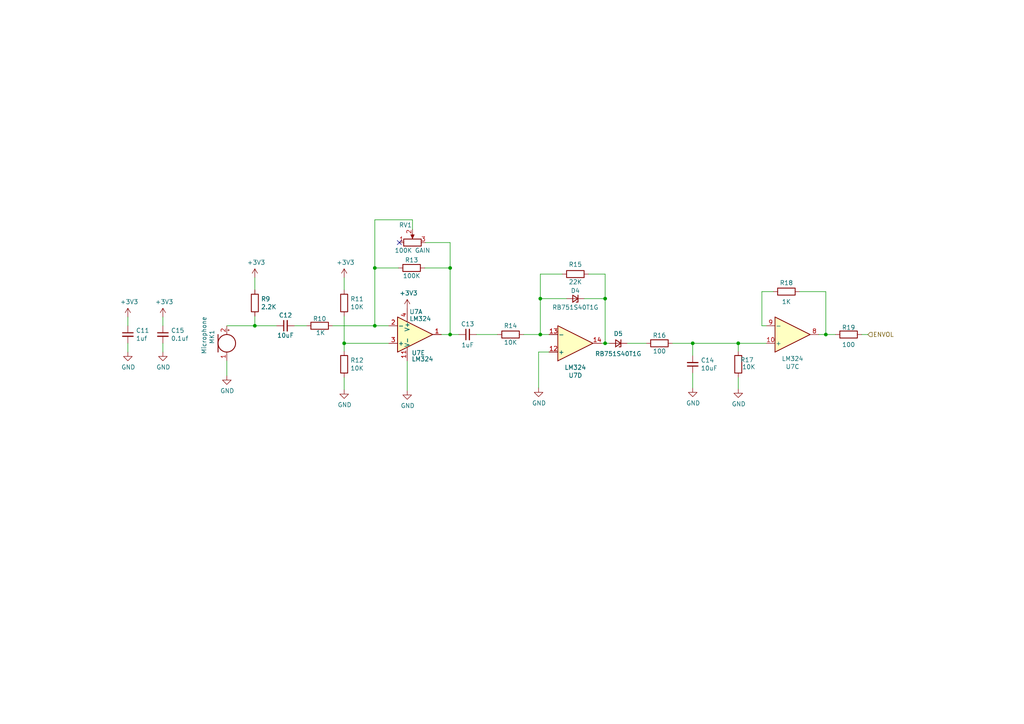
<source format=kicad_sch>
(kicad_sch (version 20211123) (generator eeschema)

  (uuid 55cff608-ab38-48d9-ac09-2d0a877ceca1)

  (paper "A4")

  (title_block
    (title "Sensor sound")
  )

  (lib_symbols
    (symbol "Amplifier_Operational:LM324" (pin_names (offset 0.127)) (in_bom yes) (on_board yes)
      (property "Reference" "U" (id 0) (at 0 5.08 0)
        (effects (font (size 1.27 1.27)) (justify left))
      )
      (property "Value" "LM324" (id 1) (at 0 -5.08 0)
        (effects (font (size 1.27 1.27)) (justify left))
      )
      (property "Footprint" "" (id 2) (at -1.27 2.54 0)
        (effects (font (size 1.27 1.27)) hide)
      )
      (property "Datasheet" "http://www.ti.com/lit/ds/symlink/lm2902-n.pdf" (id 3) (at 1.27 5.08 0)
        (effects (font (size 1.27 1.27)) hide)
      )
      (property "ki_locked" "" (id 4) (at 0 0 0)
        (effects (font (size 1.27 1.27)))
      )
      (property "ki_keywords" "quad opamp" (id 5) (at 0 0 0)
        (effects (font (size 1.27 1.27)) hide)
      )
      (property "ki_description" "Low-Power, Quad-Operational Amplifiers, DIP-14/SOIC-14/SSOP-14" (id 6) (at 0 0 0)
        (effects (font (size 1.27 1.27)) hide)
      )
      (property "ki_fp_filters" "SOIC*3.9x8.7mm*P1.27mm* DIP*W7.62mm* TSSOP*4.4x5mm*P0.65mm* SSOP*5.3x6.2mm*P0.65mm* MSOP*3x3mm*P0.5mm*" (id 7) (at 0 0 0)
        (effects (font (size 1.27 1.27)) hide)
      )
      (symbol "LM324_1_1"
        (polyline
          (pts
            (xy -5.08 5.08)
            (xy 5.08 0)
            (xy -5.08 -5.08)
            (xy -5.08 5.08)
          )
          (stroke (width 0.254) (type default) (color 0 0 0 0))
          (fill (type background))
        )
        (pin output line (at 7.62 0 180) (length 2.54)
          (name "~" (effects (font (size 1.27 1.27))))
          (number "1" (effects (font (size 1.27 1.27))))
        )
        (pin input line (at -7.62 -2.54 0) (length 2.54)
          (name "-" (effects (font (size 1.27 1.27))))
          (number "2" (effects (font (size 1.27 1.27))))
        )
        (pin input line (at -7.62 2.54 0) (length 2.54)
          (name "+" (effects (font (size 1.27 1.27))))
          (number "3" (effects (font (size 1.27 1.27))))
        )
      )
      (symbol "LM324_2_1"
        (polyline
          (pts
            (xy -5.08 5.08)
            (xy 5.08 0)
            (xy -5.08 -5.08)
            (xy -5.08 5.08)
          )
          (stroke (width 0.254) (type default) (color 0 0 0 0))
          (fill (type background))
        )
        (pin input line (at -7.62 2.54 0) (length 2.54)
          (name "+" (effects (font (size 1.27 1.27))))
          (number "5" (effects (font (size 1.27 1.27))))
        )
        (pin input line (at -7.62 -2.54 0) (length 2.54)
          (name "-" (effects (font (size 1.27 1.27))))
          (number "6" (effects (font (size 1.27 1.27))))
        )
        (pin output line (at 7.62 0 180) (length 2.54)
          (name "~" (effects (font (size 1.27 1.27))))
          (number "7" (effects (font (size 1.27 1.27))))
        )
      )
      (symbol "LM324_3_1"
        (polyline
          (pts
            (xy -5.08 5.08)
            (xy 5.08 0)
            (xy -5.08 -5.08)
            (xy -5.08 5.08)
          )
          (stroke (width 0.254) (type default) (color 0 0 0 0))
          (fill (type background))
        )
        (pin input line (at -7.62 2.54 0) (length 2.54)
          (name "+" (effects (font (size 1.27 1.27))))
          (number "10" (effects (font (size 1.27 1.27))))
        )
        (pin output line (at 7.62 0 180) (length 2.54)
          (name "~" (effects (font (size 1.27 1.27))))
          (number "8" (effects (font (size 1.27 1.27))))
        )
        (pin input line (at -7.62 -2.54 0) (length 2.54)
          (name "-" (effects (font (size 1.27 1.27))))
          (number "9" (effects (font (size 1.27 1.27))))
        )
      )
      (symbol "LM324_4_1"
        (polyline
          (pts
            (xy -5.08 5.08)
            (xy 5.08 0)
            (xy -5.08 -5.08)
            (xy -5.08 5.08)
          )
          (stroke (width 0.254) (type default) (color 0 0 0 0))
          (fill (type background))
        )
        (pin input line (at -7.62 2.54 0) (length 2.54)
          (name "+" (effects (font (size 1.27 1.27))))
          (number "12" (effects (font (size 1.27 1.27))))
        )
        (pin input line (at -7.62 -2.54 0) (length 2.54)
          (name "-" (effects (font (size 1.27 1.27))))
          (number "13" (effects (font (size 1.27 1.27))))
        )
        (pin output line (at 7.62 0 180) (length 2.54)
          (name "~" (effects (font (size 1.27 1.27))))
          (number "14" (effects (font (size 1.27 1.27))))
        )
      )
      (symbol "LM324_5_1"
        (pin power_in line (at -2.54 -7.62 90) (length 3.81)
          (name "V-" (effects (font (size 1.27 1.27))))
          (number "11" (effects (font (size 1.27 1.27))))
        )
        (pin power_in line (at -2.54 7.62 270) (length 3.81)
          (name "V+" (effects (font (size 1.27 1.27))))
          (number "4" (effects (font (size 1.27 1.27))))
        )
      )
    )
    (symbol "Device:C_Small" (pin_numbers hide) (pin_names (offset 0.254) hide) (in_bom yes) (on_board yes)
      (property "Reference" "C" (id 0) (at 0.254 1.778 0)
        (effects (font (size 1.27 1.27)) (justify left))
      )
      (property "Value" "C_Small" (id 1) (at 0.254 -2.032 0)
        (effects (font (size 1.27 1.27)) (justify left))
      )
      (property "Footprint" "" (id 2) (at 0 0 0)
        (effects (font (size 1.27 1.27)) hide)
      )
      (property "Datasheet" "~" (id 3) (at 0 0 0)
        (effects (font (size 1.27 1.27)) hide)
      )
      (property "ki_keywords" "capacitor cap" (id 4) (at 0 0 0)
        (effects (font (size 1.27 1.27)) hide)
      )
      (property "ki_description" "Unpolarized capacitor, small symbol" (id 5) (at 0 0 0)
        (effects (font (size 1.27 1.27)) hide)
      )
      (property "ki_fp_filters" "C_*" (id 6) (at 0 0 0)
        (effects (font (size 1.27 1.27)) hide)
      )
      (symbol "C_Small_0_1"
        (polyline
          (pts
            (xy -1.524 -0.508)
            (xy 1.524 -0.508)
          )
          (stroke (width 0.3302) (type default) (color 0 0 0 0))
          (fill (type none))
        )
        (polyline
          (pts
            (xy -1.524 0.508)
            (xy 1.524 0.508)
          )
          (stroke (width 0.3048) (type default) (color 0 0 0 0))
          (fill (type none))
        )
      )
      (symbol "C_Small_1_1"
        (pin passive line (at 0 2.54 270) (length 2.032)
          (name "~" (effects (font (size 1.27 1.27))))
          (number "1" (effects (font (size 1.27 1.27))))
        )
        (pin passive line (at 0 -2.54 90) (length 2.032)
          (name "~" (effects (font (size 1.27 1.27))))
          (number "2" (effects (font (size 1.27 1.27))))
        )
      )
    )
    (symbol "Device:D_Zener_Small" (pin_numbers hide) (pin_names (offset 0.254) hide) (in_bom yes) (on_board yes)
      (property "Reference" "D" (id 0) (at 0 2.286 0)
        (effects (font (size 1.27 1.27)))
      )
      (property "Value" "D_Zener_Small" (id 1) (at 0 -2.286 0)
        (effects (font (size 1.27 1.27)))
      )
      (property "Footprint" "" (id 2) (at 0 0 90)
        (effects (font (size 1.27 1.27)) hide)
      )
      (property "Datasheet" "~" (id 3) (at 0 0 90)
        (effects (font (size 1.27 1.27)) hide)
      )
      (property "ki_keywords" "diode" (id 4) (at 0 0 0)
        (effects (font (size 1.27 1.27)) hide)
      )
      (property "ki_description" "Zener diode, small symbol" (id 5) (at 0 0 0)
        (effects (font (size 1.27 1.27)) hide)
      )
      (property "ki_fp_filters" "TO-???* *_Diode_* *SingleDiode* D_*" (id 6) (at 0 0 0)
        (effects (font (size 1.27 1.27)) hide)
      )
      (symbol "D_Zener_Small_0_1"
        (polyline
          (pts
            (xy 0.762 0)
            (xy -0.762 0)
          )
          (stroke (width 0) (type default) (color 0 0 0 0))
          (fill (type none))
        )
        (polyline
          (pts
            (xy -0.254 1.016)
            (xy -0.762 1.016)
            (xy -0.762 -1.016)
          )
          (stroke (width 0.254) (type default) (color 0 0 0 0))
          (fill (type none))
        )
        (polyline
          (pts
            (xy 0.762 1.016)
            (xy -0.762 0)
            (xy 0.762 -1.016)
            (xy 0.762 1.016)
          )
          (stroke (width 0.254) (type default) (color 0 0 0 0))
          (fill (type none))
        )
      )
      (symbol "D_Zener_Small_1_1"
        (pin passive line (at -2.54 0 0) (length 1.778)
          (name "K" (effects (font (size 1.27 1.27))))
          (number "1" (effects (font (size 1.27 1.27))))
        )
        (pin passive line (at 2.54 0 180) (length 1.778)
          (name "A" (effects (font (size 1.27 1.27))))
          (number "2" (effects (font (size 1.27 1.27))))
        )
      )
    )
    (symbol "Device:Microphone" (pin_names (offset 0.0254) hide) (in_bom yes) (on_board yes)
      (property "Reference" "MK" (id 0) (at -3.81 1.27 0)
        (effects (font (size 1.27 1.27)) (justify right))
      )
      (property "Value" "Microphone" (id 1) (at -3.81 -0.635 0)
        (effects (font (size 1.27 1.27)) (justify right))
      )
      (property "Footprint" "" (id 2) (at 0 2.54 90)
        (effects (font (size 1.27 1.27)) hide)
      )
      (property "Datasheet" "~" (id 3) (at 0 2.54 90)
        (effects (font (size 1.27 1.27)) hide)
      )
      (property "ki_keywords" "microphone" (id 4) (at 0 0 0)
        (effects (font (size 1.27 1.27)) hide)
      )
      (property "ki_description" "Microphone" (id 5) (at 0 0 0)
        (effects (font (size 1.27 1.27)) hide)
      )
      (symbol "Microphone_0_1"
        (polyline
          (pts
            (xy -2.54 2.54)
            (xy -2.54 -2.54)
          )
          (stroke (width 0.254) (type default) (color 0 0 0 0))
          (fill (type none))
        )
        (polyline
          (pts
            (xy 0.254 3.81)
            (xy 0.762 3.81)
          )
          (stroke (width 0) (type default) (color 0 0 0 0))
          (fill (type none))
        )
        (polyline
          (pts
            (xy 0.508 4.064)
            (xy 0.508 3.556)
          )
          (stroke (width 0) (type default) (color 0 0 0 0))
          (fill (type none))
        )
        (circle (center 0 0) (radius 2.54)
          (stroke (width 0.254) (type default) (color 0 0 0 0))
          (fill (type none))
        )
      )
      (symbol "Microphone_1_1"
        (pin passive line (at 0 -5.08 90) (length 2.54)
          (name "-" (effects (font (size 1.27 1.27))))
          (number "1" (effects (font (size 1.27 1.27))))
        )
        (pin passive line (at 0 5.08 270) (length 2.54)
          (name "+" (effects (font (size 1.27 1.27))))
          (number "2" (effects (font (size 1.27 1.27))))
        )
      )
    )
    (symbol "Device:R" (pin_numbers hide) (pin_names (offset 0)) (in_bom yes) (on_board yes)
      (property "Reference" "R" (id 0) (at 2.032 0 90)
        (effects (font (size 1.27 1.27)))
      )
      (property "Value" "R" (id 1) (at 0 0 90)
        (effects (font (size 1.27 1.27)))
      )
      (property "Footprint" "" (id 2) (at -1.778 0 90)
        (effects (font (size 1.27 1.27)) hide)
      )
      (property "Datasheet" "~" (id 3) (at 0 0 0)
        (effects (font (size 1.27 1.27)) hide)
      )
      (property "ki_keywords" "R res resistor" (id 4) (at 0 0 0)
        (effects (font (size 1.27 1.27)) hide)
      )
      (property "ki_description" "Resistor" (id 5) (at 0 0 0)
        (effects (font (size 1.27 1.27)) hide)
      )
      (property "ki_fp_filters" "R_*" (id 6) (at 0 0 0)
        (effects (font (size 1.27 1.27)) hide)
      )
      (symbol "R_0_1"
        (rectangle (start -1.016 -2.54) (end 1.016 2.54)
          (stroke (width 0.254) (type default) (color 0 0 0 0))
          (fill (type none))
        )
      )
      (symbol "R_1_1"
        (pin passive line (at 0 3.81 270) (length 1.27)
          (name "~" (effects (font (size 1.27 1.27))))
          (number "1" (effects (font (size 1.27 1.27))))
        )
        (pin passive line (at 0 -3.81 90) (length 1.27)
          (name "~" (effects (font (size 1.27 1.27))))
          (number "2" (effects (font (size 1.27 1.27))))
        )
      )
    )
    (symbol "Device:R_POT" (pin_names (offset 1.016) hide) (in_bom yes) (on_board yes)
      (property "Reference" "RV" (id 0) (at -4.445 0 90)
        (effects (font (size 1.27 1.27)))
      )
      (property "Value" "Device_R_POT" (id 1) (at -2.54 0 90)
        (effects (font (size 1.27 1.27)))
      )
      (property "Footprint" "" (id 2) (at 0 0 0)
        (effects (font (size 1.27 1.27)) hide)
      )
      (property "Datasheet" "" (id 3) (at 0 0 0)
        (effects (font (size 1.27 1.27)) hide)
      )
      (property "ki_fp_filters" "Potentiometer*" (id 4) (at 0 0 0)
        (effects (font (size 1.27 1.27)) hide)
      )
      (symbol "R_POT_0_1"
        (polyline
          (pts
            (xy 2.54 0)
            (xy 1.524 0)
          )
          (stroke (width 0) (type default) (color 0 0 0 0))
          (fill (type none))
        )
        (polyline
          (pts
            (xy 1.143 0)
            (xy 2.286 0.508)
            (xy 2.286 -0.508)
            (xy 1.143 0)
          )
          (stroke (width 0) (type default) (color 0 0 0 0))
          (fill (type outline))
        )
        (rectangle (start 1.016 2.54) (end -1.016 -2.54)
          (stroke (width 0.254) (type default) (color 0 0 0 0))
          (fill (type none))
        )
      )
      (symbol "R_POT_1_1"
        (pin passive line (at 0 3.81 270) (length 1.27)
          (name "1" (effects (font (size 1.27 1.27))))
          (number "1" (effects (font (size 1.27 1.27))))
        )
        (pin passive line (at 3.81 0 180) (length 1.27)
          (name "2" (effects (font (size 1.27 1.27))))
          (number "2" (effects (font (size 1.27 1.27))))
        )
        (pin passive line (at 0 -3.81 90) (length 1.27)
          (name "3" (effects (font (size 1.27 1.27))))
          (number "3" (effects (font (size 1.27 1.27))))
        )
      )
    )
    (symbol "power:+3.3V" (power) (pin_names (offset 0)) (in_bom yes) (on_board yes)
      (property "Reference" "#PWR" (id 0) (at 0 -3.81 0)
        (effects (font (size 1.27 1.27)) hide)
      )
      (property "Value" "+3.3V" (id 1) (at 0 3.556 0)
        (effects (font (size 1.27 1.27)))
      )
      (property "Footprint" "" (id 2) (at 0 0 0)
        (effects (font (size 1.27 1.27)) hide)
      )
      (property "Datasheet" "" (id 3) (at 0 0 0)
        (effects (font (size 1.27 1.27)) hide)
      )
      (property "ki_keywords" "power-flag" (id 4) (at 0 0 0)
        (effects (font (size 1.27 1.27)) hide)
      )
      (property "ki_description" "Power symbol creates a global label with name \"+3.3V\"" (id 5) (at 0 0 0)
        (effects (font (size 1.27 1.27)) hide)
      )
      (symbol "+3.3V_0_1"
        (polyline
          (pts
            (xy -0.762 1.27)
            (xy 0 2.54)
          )
          (stroke (width 0) (type default) (color 0 0 0 0))
          (fill (type none))
        )
        (polyline
          (pts
            (xy 0 0)
            (xy 0 2.54)
          )
          (stroke (width 0) (type default) (color 0 0 0 0))
          (fill (type none))
        )
        (polyline
          (pts
            (xy 0 2.54)
            (xy 0.762 1.27)
          )
          (stroke (width 0) (type default) (color 0 0 0 0))
          (fill (type none))
        )
      )
      (symbol "+3.3V_1_1"
        (pin power_in line (at 0 0 90) (length 0) hide
          (name "+3V3" (effects (font (size 1.27 1.27))))
          (number "1" (effects (font (size 1.27 1.27))))
        )
      )
    )
    (symbol "power:GND" (power) (pin_names (offset 0)) (in_bom yes) (on_board yes)
      (property "Reference" "#PWR" (id 0) (at 0 -6.35 0)
        (effects (font (size 1.27 1.27)) hide)
      )
      (property "Value" "GND" (id 1) (at 0 -3.81 0)
        (effects (font (size 1.27 1.27)))
      )
      (property "Footprint" "" (id 2) (at 0 0 0)
        (effects (font (size 1.27 1.27)) hide)
      )
      (property "Datasheet" "" (id 3) (at 0 0 0)
        (effects (font (size 1.27 1.27)) hide)
      )
      (property "ki_keywords" "power-flag" (id 4) (at 0 0 0)
        (effects (font (size 1.27 1.27)) hide)
      )
      (property "ki_description" "Power symbol creates a global label with name \"GND\" , ground" (id 5) (at 0 0 0)
        (effects (font (size 1.27 1.27)) hide)
      )
      (symbol "GND_0_1"
        (polyline
          (pts
            (xy 0 0)
            (xy 0 -1.27)
            (xy 1.27 -1.27)
            (xy 0 -2.54)
            (xy -1.27 -1.27)
            (xy 0 -1.27)
          )
          (stroke (width 0) (type default) (color 0 0 0 0))
          (fill (type none))
        )
      )
      (symbol "GND_1_1"
        (pin power_in line (at 0 0 270) (length 0) hide
          (name "GND" (effects (font (size 1.27 1.27))))
          (number "1" (effects (font (size 1.27 1.27))))
        )
      )
    )
  )

  (junction (at 108.712 94.488) (diameter 0) (color 0 0 0 0)
    (uuid 10fa1a8c-62cb-4b8f-b916-b18d737ff71b)
  )
  (junction (at 156.718 86.614) (diameter 0) (color 0 0 0 0)
    (uuid 1ae3634a-f90f-4c6a-8ba7-b38f98d4ccb2)
  )
  (junction (at 239.522 97.028) (diameter 0) (color 0 0 0 0)
    (uuid 1d1a7683-c090-4798-9b40-7ed0d9f3ce3b)
  )
  (junction (at 108.712 77.724) (diameter 0) (color 0 0 0 0)
    (uuid 2f5467a7-bd49-433c-92f2-60a842e66f7b)
  )
  (junction (at 175.514 99.568) (diameter 0) (color 0 0 0 0)
    (uuid 3382bf79-b686-4aeb-9419-c8ab591662bb)
  )
  (junction (at 99.822 99.568) (diameter 0) (color 0 0 0 0)
    (uuid 3d2a15cb-c492-4d9a-b1dd-7d5f099d2d31)
  )
  (junction (at 200.914 99.568) (diameter 0) (color 0 0 0 0)
    (uuid 45836d49-cd5f-417d-b0f6-c8b43d196a36)
  )
  (junction (at 156.718 97.028) (diameter 0) (color 0 0 0 0)
    (uuid 897277a3-b7ce-4d18-8c5f-1c984a246298)
  )
  (junction (at 130.556 77.724) (diameter 0) (color 0 0 0 0)
    (uuid bcacf97a-a49b-480c-96ed-a857f56faeb2)
  )
  (junction (at 214.122 99.568) (diameter 0) (color 0 0 0 0)
    (uuid c2211bf7-6ed0-4800-9f21-d6a078bedba2)
  )
  (junction (at 73.914 94.488) (diameter 0) (color 0 0 0 0)
    (uuid c7db4903-f95a-49f5-bcce-c52f0ca8defc)
  )
  (junction (at 130.556 97.028) (diameter 0) (color 0 0 0 0)
    (uuid cd48b13f-c989-4ac1-a7f0-053afcd77527)
  )
  (junction (at 175.514 86.614) (diameter 0) (color 0 0 0 0)
    (uuid fab985e9-e679-4dd8-a59c-e3195d08506a)
  )

  (no_connect (at 115.824 70.358) (uuid be118b00-015b-445a-8fc5-7bf35350fda8))

  (wire (pts (xy 200.914 103.124) (xy 200.914 99.568))
    (stroke (width 0) (type default) (color 0 0 0 0))
    (uuid 009b0d62-e9ea-4825-9fdf-befd291c76ce)
  )
  (wire (pts (xy 170.688 79.502) (xy 175.514 79.502))
    (stroke (width 0) (type default) (color 0 0 0 0))
    (uuid 017667a9-f5de-49c7-af53-4f9af2f3a311)
  )
  (wire (pts (xy 73.914 80.518) (xy 73.914 84.074))
    (stroke (width 0) (type default) (color 0 0 0 0))
    (uuid 08926936-9ea4-4894-afca-caca47f3c238)
  )
  (wire (pts (xy 220.98 84.582) (xy 220.98 94.488))
    (stroke (width 0) (type default) (color 0 0 0 0))
    (uuid 094dc71e-7ea9-4e30-8ba7-749216ec2a8b)
  )
  (wire (pts (xy 224.282 84.582) (xy 220.98 84.582))
    (stroke (width 0) (type default) (color 0 0 0 0))
    (uuid 186c3f1e-1c94-498e-abf2-1069980f6633)
  )
  (wire (pts (xy 156.718 79.502) (xy 156.718 86.614))
    (stroke (width 0) (type default) (color 0 0 0 0))
    (uuid 1d9dc91c-3457-4ca5-8e42-43be60ae0831)
  )
  (wire (pts (xy 65.786 104.648) (xy 65.786 108.966))
    (stroke (width 0) (type default) (color 0 0 0 0))
    (uuid 21ca1c08-b8a3-4bdc-9356-70a4d86ee444)
  )
  (wire (pts (xy 231.902 84.582) (xy 239.522 84.582))
    (stroke (width 0) (type default) (color 0 0 0 0))
    (uuid 28d267fd-6d61-43bb-9705-8d59d7a44e81)
  )
  (wire (pts (xy 99.822 80.518) (xy 99.822 84.074))
    (stroke (width 0) (type default) (color 0 0 0 0))
    (uuid 2a4f1c24-6486-4fd8-8092-72bb07a81274)
  )
  (wire (pts (xy 73.914 94.488) (xy 80.264 94.488))
    (stroke (width 0) (type default) (color 0 0 0 0))
    (uuid 2c10387c-3cac-4a7c-bbfb-95d69f41a890)
  )
  (wire (pts (xy 115.57 77.724) (xy 108.712 77.724))
    (stroke (width 0) (type default) (color 0 0 0 0))
    (uuid 2f33286e-7553-4442-acf0-23c61fcd6ab0)
  )
  (wire (pts (xy 214.122 101.854) (xy 214.122 99.568))
    (stroke (width 0) (type default) (color 0 0 0 0))
    (uuid 3273ec61-4a33-41c2-82bf-cde7c8587c1b)
  )
  (wire (pts (xy 242.316 97.028) (xy 239.522 97.028))
    (stroke (width 0) (type default) (color 0 0 0 0))
    (uuid 3d70e675-48ae-4edd-b95d-3ca51e634018)
  )
  (wire (pts (xy 123.19 77.724) (xy 130.556 77.724))
    (stroke (width 0) (type default) (color 0 0 0 0))
    (uuid 41524d81-a7f7-45af-a8c6-15609b68d1fd)
  )
  (wire (pts (xy 85.344 94.488) (xy 88.9 94.488))
    (stroke (width 0) (type default) (color 0 0 0 0))
    (uuid 43f341b3-06e9-4e7a-a26e-5365b89d76bf)
  )
  (wire (pts (xy 130.556 70.358) (xy 123.444 70.358))
    (stroke (width 0) (type default) (color 0 0 0 0))
    (uuid 47484446-e64c-4a82-88af-15de92cf6ad4)
  )
  (wire (pts (xy 174.498 99.568) (xy 175.514 99.568))
    (stroke (width 0) (type default) (color 0 0 0 0))
    (uuid 4c144ffa-02d0-42da-aef1-f5175cbde9c0)
  )
  (wire (pts (xy 128.016 97.028) (xy 130.556 97.028))
    (stroke (width 0) (type default) (color 0 0 0 0))
    (uuid 4d51bc15-1f84-46be-8e16-e836b10f854e)
  )
  (wire (pts (xy 195.072 99.568) (xy 200.914 99.568))
    (stroke (width 0) (type default) (color 0 0 0 0))
    (uuid 4f3dc5bc-04e8-4dcc-91dd-8782e84f321d)
  )
  (wire (pts (xy 130.556 70.358) (xy 130.556 77.724))
    (stroke (width 0) (type default) (color 0 0 0 0))
    (uuid 5206328f-de7d-41ba-bad8-f1768b7701cb)
  )
  (wire (pts (xy 220.98 94.488) (xy 222.25 94.488))
    (stroke (width 0) (type default) (color 0 0 0 0))
    (uuid 583b0bf3-0699-44db-b975-a241ad040fa4)
  )
  (wire (pts (xy 214.122 99.568) (xy 222.25 99.568))
    (stroke (width 0) (type default) (color 0 0 0 0))
    (uuid 62cbcc21-2cec-41ab-be06-499e1a78d7e7)
  )
  (wire (pts (xy 96.52 94.488) (xy 108.712 94.488))
    (stroke (width 0) (type default) (color 0 0 0 0))
    (uuid 6d1e2df9-cc89-4e18-a541-699f0d20dd45)
  )
  (wire (pts (xy 108.712 77.724) (xy 108.712 94.488))
    (stroke (width 0) (type default) (color 0 0 0 0))
    (uuid 71aa3829-956e-4ff9-af3f-b06e50ab2b5a)
  )
  (wire (pts (xy 237.49 97.028) (xy 239.522 97.028))
    (stroke (width 0) (type default) (color 0 0 0 0))
    (uuid 761492e2-a989-4596-80c3-fcd6943df072)
  )
  (wire (pts (xy 181.864 99.568) (xy 187.452 99.568))
    (stroke (width 0) (type default) (color 0 0 0 0))
    (uuid 778b0e81-d70b-4705-ae45-b4c475c88dab)
  )
  (wire (pts (xy 37.084 99.568) (xy 37.084 102.108))
    (stroke (width 0) (type default) (color 0 0 0 0))
    (uuid 784e3230-2053-4bc9-a786-5ac2bd0df0f5)
  )
  (wire (pts (xy 156.718 86.614) (xy 156.718 97.028))
    (stroke (width 0) (type default) (color 0 0 0 0))
    (uuid 7d2422a2-6679-4b2f-b253-47eef0da2414)
  )
  (wire (pts (xy 138.176 97.028) (xy 144.272 97.028))
    (stroke (width 0) (type default) (color 0 0 0 0))
    (uuid 80ace02d-cb21-4f08-bc25-572a9e56ff99)
  )
  (wire (pts (xy 156.718 97.028) (xy 159.258 97.028))
    (stroke (width 0) (type default) (color 0 0 0 0))
    (uuid 80b9a57f-3326-43ca-b6ca-5e911992b3c4)
  )
  (wire (pts (xy 151.892 97.028) (xy 156.718 97.028))
    (stroke (width 0) (type default) (color 0 0 0 0))
    (uuid 82907d2e-4560-49c2-9cfc-01b127317195)
  )
  (wire (pts (xy 99.822 99.568) (xy 99.822 101.854))
    (stroke (width 0) (type default) (color 0 0 0 0))
    (uuid 848901d5-fdee-4920-a04d-fbc03c912e79)
  )
  (wire (pts (xy 112.776 99.568) (xy 99.822 99.568))
    (stroke (width 0) (type default) (color 0 0 0 0))
    (uuid 868b5d0d-f911-4724-9580-d9e69eb9f709)
  )
  (wire (pts (xy 175.514 86.614) (xy 175.514 99.568))
    (stroke (width 0) (type default) (color 0 0 0 0))
    (uuid 905b154b-e92b-469d-b2e2-340d67daddb7)
  )
  (wire (pts (xy 119.634 66.548) (xy 119.634 63.754))
    (stroke (width 0) (type default) (color 0 0 0 0))
    (uuid 926b329f-cd0d-410a-bc4a-e36446f8965a)
  )
  (wire (pts (xy 200.914 108.204) (xy 200.914 112.522))
    (stroke (width 0) (type default) (color 0 0 0 0))
    (uuid 92d17eb0-c75d-48d9-ae9e-ea0c7f723be4)
  )
  (wire (pts (xy 169.418 86.614) (xy 175.514 86.614))
    (stroke (width 0) (type default) (color 0 0 0 0))
    (uuid 92d938cc-f8b1-437d-8914-3d97a0938f67)
  )
  (wire (pts (xy 130.556 97.028) (xy 133.096 97.028))
    (stroke (width 0) (type default) (color 0 0 0 0))
    (uuid 9e18f8b3-9e1a-4022-9224-10c12ca8a28d)
  )
  (wire (pts (xy 37.084 91.948) (xy 37.084 94.488))
    (stroke (width 0) (type default) (color 0 0 0 0))
    (uuid a04f8542-6c38-4d5c-bdbb-c8e0311a0936)
  )
  (wire (pts (xy 130.556 77.724) (xy 130.556 97.028))
    (stroke (width 0) (type default) (color 0 0 0 0))
    (uuid a311f3c6-42e3-4584-9725-4a62ff91b6e3)
  )
  (wire (pts (xy 73.914 91.694) (xy 73.914 94.488))
    (stroke (width 0) (type default) (color 0 0 0 0))
    (uuid a7c83b25-afbd-4974-8870-387db8f81a5c)
  )
  (wire (pts (xy 65.786 94.488) (xy 73.914 94.488))
    (stroke (width 0) (type default) (color 0 0 0 0))
    (uuid b1731e91-7698-42fa-ad60-5c60fdd0e1fc)
  )
  (wire (pts (xy 47.244 99.568) (xy 47.244 102.108))
    (stroke (width 0) (type default) (color 0 0 0 0))
    (uuid b5d84bc0-4d9a-4d1d-a476-5c6b51309fca)
  )
  (wire (pts (xy 249.936 97.028) (xy 251.714 97.028))
    (stroke (width 0) (type default) (color 0 0 0 0))
    (uuid b5ffe018-0d06-4a1b-95ee-b5763a35798d)
  )
  (wire (pts (xy 175.514 79.502) (xy 175.514 86.614))
    (stroke (width 0) (type default) (color 0 0 0 0))
    (uuid bc204c79-0619-4b16-889d-335bfdd71ce0)
  )
  (wire (pts (xy 175.514 99.568) (xy 176.784 99.568))
    (stroke (width 0) (type default) (color 0 0 0 0))
    (uuid d04eabf5-018b-4006-a739-ce16277681b7)
  )
  (wire (pts (xy 159.258 102.108) (xy 156.21 102.108))
    (stroke (width 0) (type default) (color 0 0 0 0))
    (uuid dfba7148-cad3-4f40-9835-b1394bd30a2c)
  )
  (wire (pts (xy 163.068 79.502) (xy 156.718 79.502))
    (stroke (width 0) (type default) (color 0 0 0 0))
    (uuid e6bf257d-5112-423c-b70a-adf8446f29da)
  )
  (wire (pts (xy 108.712 94.488) (xy 112.776 94.488))
    (stroke (width 0) (type default) (color 0 0 0 0))
    (uuid e7376da1-2f59-4570-81e8-46fca0289df0)
  )
  (wire (pts (xy 108.712 63.754) (xy 108.712 77.724))
    (stroke (width 0) (type default) (color 0 0 0 0))
    (uuid ed247857-b2a3-4b23-90ad-758c01ae5e8e)
  )
  (wire (pts (xy 164.338 86.614) (xy 156.718 86.614))
    (stroke (width 0) (type default) (color 0 0 0 0))
    (uuid ed612f6d-67c1-4198-976d-84139f8d99bc)
  )
  (wire (pts (xy 200.914 99.568) (xy 214.122 99.568))
    (stroke (width 0) (type default) (color 0 0 0 0))
    (uuid ef400389-7e37-4c93-8647-76318089d59f)
  )
  (wire (pts (xy 118.11 104.648) (xy 118.11 113.284))
    (stroke (width 0) (type default) (color 0 0 0 0))
    (uuid f1c2e9b0-6f9f-485b-b482-d408df476d0f)
  )
  (wire (pts (xy 99.822 109.474) (xy 99.822 113.03))
    (stroke (width 0) (type default) (color 0 0 0 0))
    (uuid f2044410-03ac-4994-9652-9e5f480320f0)
  )
  (wire (pts (xy 156.21 102.108) (xy 156.21 112.522))
    (stroke (width 0) (type default) (color 0 0 0 0))
    (uuid f565cf54-67ba-4424-8d47-087433645499)
  )
  (wire (pts (xy 119.634 63.754) (xy 108.712 63.754))
    (stroke (width 0) (type default) (color 0 0 0 0))
    (uuid f5a3f95b-1a53-41b4-b208-bf168c9d9c6d)
  )
  (wire (pts (xy 99.822 91.694) (xy 99.822 99.568))
    (stroke (width 0) (type default) (color 0 0 0 0))
    (uuid f7758f2a-e5c9-405c-960a-353b36eaf72d)
  )
  (wire (pts (xy 214.122 109.474) (xy 214.122 112.776))
    (stroke (width 0) (type default) (color 0 0 0 0))
    (uuid fc12372f-6e31-40f9-8043-b00b861f0171)
  )
  (wire (pts (xy 47.244 91.948) (xy 47.244 94.488))
    (stroke (width 0) (type default) (color 0 0 0 0))
    (uuid fe9bdc33-eab1-4bdc-9603-57decb38d2a2)
  )
  (wire (pts (xy 239.522 84.582) (xy 239.522 97.028))
    (stroke (width 0) (type default) (color 0 0 0 0))
    (uuid ffb86135-b43f-4a42-9aa6-73aa7ba972a9)
  )

  (hierarchical_label "ENVOL" (shape input) (at 251.714 97.028 0)
    (effects (font (size 1.27 1.27)) (justify left))
    (uuid b1240f00-ec43-4c0b-9a41-43264db8a893)
  )

  (symbol (lib_id "Device:Microphone") (at 65.786 99.568 0) (unit 1)
    (in_bom yes) (on_board yes)
    (uuid 00000000-0000-0000-0000-00005c567ca4)
    (property "Reference" "MK1" (id 0) (at 61.468 99.822 90)
      (effects (font (size 1.27 1.27)) (justify left))
    )
    (property "Value" "Microphone" (id 1) (at 59.182 102.743 90)
      (effects (font (size 1.27 1.27)) (justify left))
    )
    (property "Footprint" "TerminalBlock_TE-Connectivity:TerminalBlock_TE_282834-2_1x02_P2.54mm_Horizontal" (id 2) (at 65.786 97.028 90)
      (effects (font (size 1.27 1.27)) hide)
    )
    (property "Datasheet" "https://www.mouser.mx/datasheet/2/334/POM-3044P-R-60075.pdf" (id 3) (at 65.786 97.028 90)
      (effects (font (size 1.27 1.27)) hide)
    )
    (property "manf#" "POM-3044P-R" (id 4) (at 0 199.136 0)
      (effects (font (size 1.27 1.27)) hide)
    )
    (pin "1" (uuid 90e1ed27-31d9-4541-b017-4ec4b5a92c88))
    (pin "2" (uuid 4163f261-0305-487f-a569-239c44f8affb))
  )

  (symbol (lib_id "Amplifier_Operational:LM324") (at 166.878 99.568 0) (mirror x) (unit 4)
    (in_bom yes) (on_board yes)
    (uuid 00000000-0000-0000-0000-00005c567e62)
    (property "Reference" "U7" (id 0) (at 166.878 108.8898 0))
    (property "Value" "LM324" (id 1) (at 166.878 106.5784 0))
    (property "Footprint" "Package_SO:SOIC-14_3.9x8.7mm_P1.27mm" (id 2) (at 165.608 102.108 0)
      (effects (font (size 1.27 1.27)) hide)
    )
    (property "Datasheet" "http://www.ti.com/lit/ds/symlink/lm324.pdf" (id 3) (at 168.148 104.648 0)
      (effects (font (size 1.27 1.27)) hide)
    )
    (property "manf#" "LM324DR" (id 4) (at 0 0 0)
      (effects (font (size 1.27 1.27)) hide)
    )
    (pin "12" (uuid cebe8ea9-ac12-465e-ad87-030935f6a5df))
    (pin "13" (uuid 7ac0267a-09a4-4147-9830-abe73d9142a3))
    (pin "14" (uuid 51e25e81-7b5a-46c6-8133-77833d753510))
  )

  (symbol (lib_id "Amplifier_Operational:LM324") (at 120.396 97.028 0) (mirror x) (unit 1)
    (in_bom yes) (on_board yes)
    (uuid 00000000-0000-0000-0000-00005c567fb2)
    (property "Reference" "U7" (id 0) (at 120.65 90.424 0))
    (property "Value" "LM324" (id 1) (at 121.92 92.456 0))
    (property "Footprint" "Package_SO:SOIC-14_3.9x8.7mm_P1.27mm" (id 2) (at 119.126 99.568 0)
      (effects (font (size 1.27 1.27)) hide)
    )
    (property "Datasheet" "http://www.ti.com/lit/ds/symlink/lm324.pdf" (id 3) (at 121.666 102.108 0)
      (effects (font (size 1.27 1.27)) hide)
    )
    (property "manf#" "LM324DR" (id 4) (at 0 0 0)
      (effects (font (size 1.27 1.27)) hide)
    )
    (pin "1" (uuid 47656a69-7651-456c-882f-8b0ce864ecba))
    (pin "2" (uuid b913267d-6125-4e08-969c-9dcc317aacea))
    (pin "3" (uuid ae2b6fc6-5da8-44e2-898f-37b762865e2d))
  )

  (symbol (lib_id "Amplifier_Operational:LM324") (at 229.87 97.028 0) (mirror x) (unit 3)
    (in_bom yes) (on_board yes)
    (uuid 00000000-0000-0000-0000-00005c568045)
    (property "Reference" "U7" (id 0) (at 229.87 106.3498 0))
    (property "Value" "LM324" (id 1) (at 229.87 104.0384 0))
    (property "Footprint" "Package_SO:SOIC-14_3.9x8.7mm_P1.27mm" (id 2) (at 228.6 99.568 0)
      (effects (font (size 1.27 1.27)) hide)
    )
    (property "Datasheet" "http://www.ti.com/lit/ds/symlink/lm324.pdf" (id 3) (at 231.14 102.108 0)
      (effects (font (size 1.27 1.27)) hide)
    )
    (property "manf#" "LM324DR" (id 4) (at 0 0 0)
      (effects (font (size 1.27 1.27)) hide)
    )
    (pin "10" (uuid 94bd940d-758f-4596-bab4-471527babbc7))
    (pin "8" (uuid 890955eb-f154-4068-8da9-8f28366204ed))
    (pin "9" (uuid 815e4735-4310-436e-9571-22806739b70f))
  )

  (symbol (lib_id "Device:R") (at 73.914 87.884 0) (unit 1)
    (in_bom yes) (on_board yes)
    (uuid 00000000-0000-0000-0000-00005c5683a0)
    (property "Reference" "R9" (id 0) (at 75.692 86.7156 0)
      (effects (font (size 1.27 1.27)) (justify left))
    )
    (property "Value" "2.2K" (id 1) (at 75.692 89.027 0)
      (effects (font (size 1.27 1.27)) (justify left))
    )
    (property "Footprint" "Resistor_SMD:R_0805_2012Metric_Pad1.15x1.40mm_HandSolder" (id 2) (at 72.136 87.884 90)
      (effects (font (size 1.27 1.27)) hide)
    )
    (property "Datasheet" "https://www.mouser.mx/datasheet/2/427/rcge3-254226.pdf" (id 3) (at 73.914 87.884 0)
      (effects (font (size 1.27 1.27)) hide)
    )
    (property "manf#" "RCG08052K20JNEA" (id 4) (at 0 175.768 0)
      (effects (font (size 1.27 1.27)) hide)
    )
    (pin "1" (uuid a2cd9db0-b328-40fe-95a3-9921155cb386))
    (pin "2" (uuid 7479b4a7-a726-4961-9f2c-4a0d52c0540f))
  )

  (symbol (lib_id "Device:C_Small") (at 82.804 94.488 90) (unit 1)
    (in_bom yes) (on_board yes)
    (uuid 00000000-0000-0000-0000-00005c5684a0)
    (property "Reference" "C12" (id 0) (at 82.804 91.44 90))
    (property "Value" "10uF" (id 1) (at 82.804 97.282 90))
    (property "Footprint" "Capacitor_SMD:C_0805_2012Metric_Pad1.15x1.40mm_HandSolder" (id 2) (at 82.804 94.488 0)
      (effects (font (size 1.27 1.27)) hide)
    )
    (property "Datasheet" "https://www.mouser.mx/datasheet/2/445/885012107004-554083.pdf" (id 3) (at 82.804 94.488 0)
      (effects (font (size 1.27 1.27)) hide)
    )
    (property "manf#" "885012107004" (id 4) (at 177.292 177.292 0)
      (effects (font (size 1.27 1.27)) hide)
    )
    (pin "1" (uuid f50b1b1b-421d-408f-8943-d9584c8f6c1f))
    (pin "2" (uuid ed5a89b1-8709-48fd-b411-946f74be29a6))
  )

  (symbol (lib_id "Device:R") (at 92.71 94.488 270) (unit 1)
    (in_bom yes) (on_board yes)
    (uuid 00000000-0000-0000-0000-00005c568589)
    (property "Reference" "R10" (id 0) (at 92.71 92.456 90))
    (property "Value" "1K" (id 1) (at 92.964 96.52 90))
    (property "Footprint" "Resistor_SMD:R_0805_2012Metric_Pad1.15x1.40mm_HandSolder" (id 2) (at 92.71 92.71 90)
      (effects (font (size 1.27 1.27)) hide)
    )
    (property "Datasheet" "https://www.mouser.mx/datasheet/2/348/esr-e-1139161.pdf" (id 3) (at 92.71 94.488 0)
      (effects (font (size 1.27 1.27)) hide)
    )
    (property "manf#" "ESR10EZPJ102" (id 4) (at -1.778 1.778 0)
      (effects (font (size 1.27 1.27)) hide)
    )
    (pin "1" (uuid e67072f5-b3a9-4858-aa7e-36adff1f51b7))
    (pin "2" (uuid 2210607a-50d8-421f-9f6a-93222c1768c5))
  )

  (symbol (lib_id "Device:R") (at 99.822 87.884 0) (unit 1)
    (in_bom yes) (on_board yes)
    (uuid 00000000-0000-0000-0000-00005c56863e)
    (property "Reference" "R11" (id 0) (at 101.6 86.7156 0)
      (effects (font (size 1.27 1.27)) (justify left))
    )
    (property "Value" "10K" (id 1) (at 101.6 89.027 0)
      (effects (font (size 1.27 1.27)) (justify left))
    )
    (property "Footprint" "Resistor_SMD:R_0805_2012Metric_Pad1.15x1.40mm_HandSolder" (id 2) (at 98.044 87.884 90)
      (effects (font (size 1.27 1.27)) hide)
    )
    (property "Datasheet" "https://www.mouser.mx/datasheet/2/348/esr-e-1139161.pdf" (id 3) (at 99.822 87.884 0)
      (effects (font (size 1.27 1.27)) hide)
    )
    (property "manf#" "ESR10EZPJ103" (id 4) (at 0 175.768 0)
      (effects (font (size 1.27 1.27)) hide)
    )
    (pin "1" (uuid d7b6c19d-a87a-4be3-960f-22242978f346))
    (pin "2" (uuid f4e9ac90-4cb1-4ebc-8505-c9eae4d0ad1c))
  )

  (symbol (lib_id "Device:R") (at 99.822 105.664 180) (unit 1)
    (in_bom yes) (on_board yes)
    (uuid 00000000-0000-0000-0000-00005c5686c2)
    (property "Reference" "R12" (id 0) (at 101.6 104.4956 0)
      (effects (font (size 1.27 1.27)) (justify right))
    )
    (property "Value" "10K" (id 1) (at 101.6 106.807 0)
      (effects (font (size 1.27 1.27)) (justify right))
    )
    (property "Footprint" "Resistor_SMD:R_0805_2012Metric_Pad1.15x1.40mm_HandSolder" (id 2) (at 101.6 105.664 90)
      (effects (font (size 1.27 1.27)) hide)
    )
    (property "Datasheet" "https://www.mouser.mx/datasheet/2/348/esr-e-1139161.pdf" (id 3) (at 99.822 105.664 0)
      (effects (font (size 1.27 1.27)) hide)
    )
    (property "manf#" "ESR10EZPJ103" (id 4) (at 199.644 0 0)
      (effects (font (size 1.27 1.27)) hide)
    )
    (pin "1" (uuid afe17cfc-a024-4eee-af5d-224d3c415ffc))
    (pin "2" (uuid 56c4d7d7-5f51-429e-a143-93cd1ab0747c))
  )

  (symbol (lib_id "Device:R") (at 119.38 77.724 90) (unit 1)
    (in_bom yes) (on_board yes)
    (uuid 00000000-0000-0000-0000-00005c568a43)
    (property "Reference" "R13" (id 0) (at 119.38 75.438 90))
    (property "Value" "100K" (id 1) (at 119.38 80.01 90))
    (property "Footprint" "Resistor_SMD:R_0805_2012Metric_Pad1.15x1.40mm_HandSolder" (id 2) (at 119.38 79.502 90)
      (effects (font (size 1.27 1.27)) hide)
    )
    (property "Datasheet" "https://www.mouser.mx/datasheet/2/315/AOA0000C304-1149620.pdf" (id 3) (at 119.38 77.724 0)
      (effects (font (size 1.27 1.27)) hide)
    )
    (property "manf#" "ERJ-6ENF1003V" (id 4) (at 197.104 197.104 0)
      (effects (font (size 1.27 1.27)) hide)
    )
    (pin "1" (uuid 9b7fa216-8543-4cb9-86f8-8db390471a61))
    (pin "2" (uuid a3c8ebb6-cff4-418d-b7bf-0150c4130d81))
  )

  (symbol (lib_id "Device:C_Small") (at 135.636 97.028 90) (unit 1)
    (in_bom yes) (on_board yes)
    (uuid 00000000-0000-0000-0000-00005c568be5)
    (property "Reference" "C13" (id 0) (at 135.636 93.98 90))
    (property "Value" "1uF" (id 1) (at 135.636 100.076 90))
    (property "Footprint" "Capacitor_SMD:C_0805_2012Metric_Pad1.15x1.40mm_HandSolder" (id 2) (at 135.636 97.028 0)
      (effects (font (size 1.27 1.27)) hide)
    )
    (property "Datasheet" "https://www.mouser.mx/datasheet/2/447/UPY-GPHC_X5R_4V-to-50V_25-1131599.pdf" (id 3) (at 135.636 97.028 0)
      (effects (font (size 1.27 1.27)) hide)
    )
    (property "manf#" "CC0805KKX5R5BB105" (id 4) (at 232.664 232.664 0)
      (effects (font (size 1.27 1.27)) hide)
    )
    (pin "1" (uuid 9550b623-2b6d-46bf-813b-4703edb28579))
    (pin "2" (uuid 078bd27a-1e67-46d8-9b44-a3e0aa98a5ac))
  )

  (symbol (lib_id "Device:R_POT") (at 119.634 70.358 90) (unit 1)
    (in_bom yes) (on_board yes)
    (uuid 00000000-0000-0000-0000-00005c568d51)
    (property "Reference" "RV1" (id 0) (at 117.602 65.278 90))
    (property "Value" "100K GAIN" (id 1) (at 119.634 72.644 90))
    (property "Footprint" "Potentiometer_THT:Potentiometer_Bourns_3386P_Vertical" (id 2) (at 119.634 70.358 0)
      (effects (font (size 1.27 1.27)) hide)
    )
    (property "Datasheet" "https://www.mouser.mx/datasheet/2/54/362-776956.pdf" (id 3) (at 119.634 70.358 0)
      (effects (font (size 1.27 1.27)) hide)
    )
    (property "manf#" "3362P-1-104LF" (id 4) (at 189.992 189.992 0)
      (effects (font (size 1.27 1.27)) hide)
    )
    (pin "1" (uuid 8037b5c5-c6fc-45ce-aa71-2fb8bb77e121))
    (pin "2" (uuid 61437c9c-0582-41f7-9eda-b5b87e9f8994))
    (pin "3" (uuid 0ab9689a-4fe9-45da-9145-3b6ae84e5a30))
  )

  (symbol (lib_id "Amplifier_Operational:LM324") (at 120.65 97.028 0) (unit 5)
    (in_bom yes) (on_board yes)
    (uuid 00000000-0000-0000-0000-00005c56d3dc)
    (property "Reference" "U7" (id 0) (at 119.38 102.362 0)
      (effects (font (size 1.27 1.27)) (justify left))
    )
    (property "Value" "LM324" (id 1) (at 119.38 104.14 0)
      (effects (font (size 1.27 1.27)) (justify left))
    )
    (property "Footprint" "Package_SO:SOIC-14_3.9x8.7mm_P1.27mm" (id 2) (at 119.38 94.488 0)
      (effects (font (size 1.27 1.27)) hide)
    )
    (property "Datasheet" "http://www.ti.com/lit/ds/symlink/lm324.pdf" (id 3) (at 121.92 91.948 0)
      (effects (font (size 1.27 1.27)) hide)
    )
    (property "manf#" "LM324DR" (id 4) (at 0 194.056 0)
      (effects (font (size 1.27 1.27)) hide)
    )
    (pin "11" (uuid 840dcc4d-7060-4eec-bf72-b6bed174140c))
    (pin "4" (uuid 2817fdcf-96b1-4326-beda-ea60367600a3))
  )

  (symbol (lib_id "Device:R") (at 148.082 97.028 270) (unit 1)
    (in_bom yes) (on_board yes)
    (uuid 00000000-0000-0000-0000-00005c56e88c)
    (property "Reference" "R14" (id 0) (at 148.082 94.488 90))
    (property "Value" "10K" (id 1) (at 148.082 99.314 90))
    (property "Footprint" "Resistor_SMD:R_0805_2012Metric_Pad1.15x1.40mm_HandSolder" (id 2) (at 148.082 95.25 90)
      (effects (font (size 1.27 1.27)) hide)
    )
    (property "Datasheet" "https://www.mouser.mx/datasheet/2/348/esr-e-1139161.pdf" (id 3) (at 148.082 97.028 0)
      (effects (font (size 1.27 1.27)) hide)
    )
    (property "manf#" "ESR10EZPJ103" (id 4) (at 51.054 -51.054 0)
      (effects (font (size 1.27 1.27)) hide)
    )
    (pin "1" (uuid d40d667e-4647-4688-a331-8e7563acdff9))
    (pin "2" (uuid 72623a82-2e44-4d7e-9081-0178b1980f0e))
  )

  (symbol (lib_id "Device:R") (at 166.878 79.502 270) (unit 1)
    (in_bom yes) (on_board yes)
    (uuid 00000000-0000-0000-0000-00005c571369)
    (property "Reference" "R15" (id 0) (at 166.878 76.708 90))
    (property "Value" "22K" (id 1) (at 166.878 81.788 90))
    (property "Footprint" "Resistor_SMD:R_0805_2012Metric_Pad1.15x1.40mm_HandSolder" (id 2) (at 166.878 77.724 90)
      (effects (font (size 1.27 1.27)) hide)
    )
    (property "Datasheet" "https://www.mouser.mx/datasheet/2/418/NG_DS_9-1773463-9_A-1358566.pdf" (id 3) (at 166.878 79.502 0)
      (effects (font (size 1.27 1.27)) hide)
    )
    (property "manf#" "CRGP0805F22K" (id 4) (at 87.376 -87.376 0)
      (effects (font (size 1.27 1.27)) hide)
    )
    (pin "1" (uuid b3b96f66-7184-4c38-b234-d8f0b188b11b))
    (pin "2" (uuid 923bc4f0-989d-4046-9a51-0edead6f42f8))
  )

  (symbol (lib_id "Device:D_Zener_Small") (at 166.878 86.614 180) (unit 1)
    (in_bom yes) (on_board yes)
    (uuid 00000000-0000-0000-0000-00005c579dc9)
    (property "Reference" "D4" (id 0) (at 166.878 84.328 0))
    (property "Value" "RB751S40T1G" (id 1) (at 166.878 89.154 0))
    (property "Footprint" "Diode_SMD:D_SOD-123" (id 2) (at 166.878 86.614 90)
      (effects (font (size 1.27 1.27)) hide)
    )
    (property "Datasheet" "https://www.mouser.mx/datasheet/2/308/MBR120VLSFT1-D-1074021.pdf" (id 3) (at 166.878 86.614 90)
      (effects (font (size 1.27 1.27)) hide)
    )
    (property "manf#" "NRVB120VLSFT1G" (id 4) (at 333.756 0 0)
      (effects (font (size 1.27 1.27)) hide)
    )
    (pin "1" (uuid 9577b66c-8313-4ac4-ae1b-debddc37f3c9))
    (pin "2" (uuid 808dfd16-ed99-4788-bcdd-4cb6e8ef7de4))
  )

  (symbol (lib_id "Device:D_Zener_Small") (at 179.324 99.568 180) (unit 1)
    (in_bom yes) (on_board yes)
    (uuid 00000000-0000-0000-0000-00005c579e85)
    (property "Reference" "D5" (id 0) (at 179.324 96.774 0))
    (property "Value" "RB751S40T1G" (id 1) (at 179.324 102.616 0))
    (property "Footprint" "Diode_SMD:D_SOD-123" (id 2) (at 179.324 99.568 90)
      (effects (font (size 1.27 1.27)) hide)
    )
    (property "Datasheet" "https://www.mouser.mx/datasheet/2/308/MBR120VLSFT1-D-1074021.pdf" (id 3) (at 179.324 99.568 90)
      (effects (font (size 1.27 1.27)) hide)
    )
    (property "manf#" "NRVB120VLSFT1G" (id 4) (at 358.648 0 0)
      (effects (font (size 1.27 1.27)) hide)
    )
    (pin "1" (uuid 86e8ba2a-abe9-4ece-bcd3-26e1550e07f7))
    (pin "2" (uuid 63d9eb9f-ef5c-4b96-af23-6c6069cac50a))
  )

  (symbol (lib_id "Device:R") (at 191.262 99.568 270) (unit 1)
    (in_bom yes) (on_board yes)
    (uuid 00000000-0000-0000-0000-00005c579f3a)
    (property "Reference" "R16" (id 0) (at 191.262 97.282 90))
    (property "Value" "100" (id 1) (at 191.262 101.854 90))
    (property "Footprint" "Resistor_SMD:R_0805_2012Metric_Pad1.15x1.40mm_HandSolder" (id 2) (at 191.262 97.79 90)
      (effects (font (size 1.27 1.27)) hide)
    )
    (property "Datasheet" "https://www.mouser.mx/datasheet/2/348/esr-e-1139161.pdf" (id 3) (at 191.262 99.568 0)
      (effects (font (size 1.27 1.27)) hide)
    )
    (property "manf#" "ESR10EZPJ101" (id 4) (at 91.694 -91.694 0)
      (effects (font (size 1.27 1.27)) hide)
    )
    (pin "1" (uuid a55d30b6-64d4-4c7c-b5ef-83c1feed6401))
    (pin "2" (uuid af5a4141-fe46-49c1-9c31-e552f8e4acd5))
  )

  (symbol (lib_id "Device:C_Small") (at 200.914 105.664 180) (unit 1)
    (in_bom yes) (on_board yes)
    (uuid 00000000-0000-0000-0000-00005c57a112)
    (property "Reference" "C14" (id 0) (at 203.2508 104.4956 0)
      (effects (font (size 1.27 1.27)) (justify right))
    )
    (property "Value" "10uF" (id 1) (at 203.2508 106.807 0)
      (effects (font (size 1.27 1.27)) (justify right))
    )
    (property "Footprint" "Capacitor_SMD:C_0805_2012Metric_Pad1.15x1.40mm_HandSolder" (id 2) (at 200.914 105.664 0)
      (effects (font (size 1.27 1.27)) hide)
    )
    (property "Datasheet" "https://www.mouser.mx/datasheet/2/445/885012107004-554083.pdf" (id 3) (at 200.914 105.664 0)
      (effects (font (size 1.27 1.27)) hide)
    )
    (property "manf#" "885012107004" (id 4) (at 401.828 0 0)
      (effects (font (size 1.27 1.27)) hide)
    )
    (pin "1" (uuid 9ae3ce6b-c9c7-45b5-93c3-0042794e73cd))
    (pin "2" (uuid 44b4dfc2-e0c8-48cb-924f-30566e0f666e))
  )

  (symbol (lib_id "Device:R") (at 214.122 105.664 180) (unit 1)
    (in_bom yes) (on_board yes)
    (uuid 00000000-0000-0000-0000-00005c57a239)
    (property "Reference" "R17" (id 0) (at 216.662 104.394 0))
    (property "Value" "10K" (id 1) (at 217.17 106.426 0))
    (property "Footprint" "Resistor_SMD:R_0805_2012Metric_Pad1.15x1.40mm_HandSolder" (id 2) (at 215.9 105.664 90)
      (effects (font (size 1.27 1.27)) hide)
    )
    (property "Datasheet" "https://www.mouser.mx/datasheet/2/348/esr-e-1139161.pdf" (id 3) (at 214.122 105.664 0)
      (effects (font (size 1.27 1.27)) hide)
    )
    (property "manf#" "ESR10EZPJ103" (id 4) (at 428.244 0 0)
      (effects (font (size 1.27 1.27)) hide)
    )
    (pin "1" (uuid f54f848c-5975-446e-9ba8-addb20180a12))
    (pin "2" (uuid 314ea9fc-09d0-4e3f-95ef-d77a87ad93a6))
  )

  (symbol (lib_id "Device:R") (at 228.092 84.582 90) (unit 1)
    (in_bom yes) (on_board yes)
    (uuid 00000000-0000-0000-0000-00005c57c413)
    (property "Reference" "R18" (id 0) (at 228.092 82.042 90))
    (property "Value" "1K" (id 1) (at 228.092 87.5284 90))
    (property "Footprint" "Resistor_SMD:R_0805_2012Metric_Pad1.15x1.40mm_HandSolder" (id 2) (at 228.092 86.36 90)
      (effects (font (size 1.27 1.27)) hide)
    )
    (property "Datasheet" "https://www.mouser.mx/datasheet/2/348/esr-e-1139161.pdf" (id 3) (at 228.092 84.582 0)
      (effects (font (size 1.27 1.27)) hide)
    )
    (property "manf#" "ESR10EZPJ102" (id 4) (at 312.674 312.674 0)
      (effects (font (size 1.27 1.27)) hide)
    )
    (pin "1" (uuid 56613434-e15e-42bc-9432-e0da16c50fc7))
    (pin "2" (uuid 6fa26741-dbff-4c95-9156-ff3680f6e31c))
  )

  (symbol (lib_id "Device:R") (at 246.126 97.028 90) (unit 1)
    (in_bom yes) (on_board yes)
    (uuid 00000000-0000-0000-0000-00005c57c4ea)
    (property "Reference" "R19" (id 0) (at 246.126 94.996 90))
    (property "Value" "100" (id 1) (at 246.126 99.9744 90))
    (property "Footprint" "Resistor_SMD:R_0805_2012Metric_Pad1.15x1.40mm_HandSolder" (id 2) (at 246.126 98.806 90)
      (effects (font (size 1.27 1.27)) hide)
    )
    (property "Datasheet" "https://www.mouser.mx/datasheet/2/348/esr-e-1139161.pdf" (id 3) (at 246.126 97.028 0)
      (effects (font (size 1.27 1.27)) hide)
    )
    (property "manf#" "ESR10EZPJ101" (id 4) (at 343.154 343.154 0)
      (effects (font (size 1.27 1.27)) hide)
    )
    (pin "1" (uuid 7a92daea-6705-4c75-ab72-deebdfdee0e8))
    (pin "2" (uuid 919d3878-c5cf-4524-a807-3d621e2481e4))
  )

  (symbol (lib_id "Device:C_Small") (at 37.084 97.028 0) (unit 1)
    (in_bom yes) (on_board yes)
    (uuid 00000000-0000-0000-0000-00005c586a5e)
    (property "Reference" "C11" (id 0) (at 39.4208 95.8596 0)
      (effects (font (size 1.27 1.27)) (justify left))
    )
    (property "Value" "1uf" (id 1) (at 39.4208 98.171 0)
      (effects (font (size 1.27 1.27)) (justify left))
    )
    (property "Footprint" "Capacitor_SMD:C_0805_2012Metric_Pad1.15x1.40mm_HandSolder" (id 2) (at 37.084 97.028 0)
      (effects (font (size 1.27 1.27)) hide)
    )
    (property "Datasheet" "https://www.mouser.mx/datasheet/2/447/UPY-GPHC_X5R_4V-to-50V_25-1131599.pdf" (id 3) (at 37.084 97.028 0)
      (effects (font (size 1.27 1.27)) hide)
    )
    (property "manf#" "CC0805KKX5R5BB105" (id 4) (at 0 194.056 0)
      (effects (font (size 1.27 1.27)) hide)
    )
    (pin "1" (uuid 8354802d-84a0-4034-86e1-81de7e7af11c))
    (pin "2" (uuid abf29e0e-9ced-4066-bdb6-01497438f2f6))
  )

  (symbol (lib_id "power:GND") (at 99.822 113.03 0) (unit 1)
    (in_bom yes) (on_board yes)
    (uuid 00000000-0000-0000-0000-00005c58d850)
    (property "Reference" "#PWR0140" (id 0) (at 99.822 119.38 0)
      (effects (font (size 1.27 1.27)) hide)
    )
    (property "Value" "GND" (id 1) (at 99.949 117.4242 0))
    (property "Footprint" "" (id 2) (at 99.822 113.03 0)
      (effects (font (size 1.27 1.27)) hide)
    )
    (property "Datasheet" "" (id 3) (at 99.822 113.03 0)
      (effects (font (size 1.27 1.27)) hide)
    )
    (pin "1" (uuid 7c82507b-ba8f-46be-b57a-8b271f69b5b1))
  )

  (symbol (lib_id "power:GND") (at 65.786 108.966 0) (unit 1)
    (in_bom yes) (on_board yes)
    (uuid 00000000-0000-0000-0000-00005c58d8e2)
    (property "Reference" "#PWR0141" (id 0) (at 65.786 115.316 0)
      (effects (font (size 1.27 1.27)) hide)
    )
    (property "Value" "GND" (id 1) (at 65.913 113.3602 0))
    (property "Footprint" "" (id 2) (at 65.786 108.966 0)
      (effects (font (size 1.27 1.27)) hide)
    )
    (property "Datasheet" "" (id 3) (at 65.786 108.966 0)
      (effects (font (size 1.27 1.27)) hide)
    )
    (pin "1" (uuid 6468c7c2-f4ec-4e34-8738-1fd8e90425c0))
  )

  (symbol (lib_id "power:GND") (at 118.11 113.284 0) (unit 1)
    (in_bom yes) (on_board yes)
    (uuid 00000000-0000-0000-0000-00005c58d93d)
    (property "Reference" "#PWR0142" (id 0) (at 118.11 119.634 0)
      (effects (font (size 1.27 1.27)) hide)
    )
    (property "Value" "GND" (id 1) (at 118.237 117.6782 0))
    (property "Footprint" "" (id 2) (at 118.11 113.284 0)
      (effects (font (size 1.27 1.27)) hide)
    )
    (property "Datasheet" "" (id 3) (at 118.11 113.284 0)
      (effects (font (size 1.27 1.27)) hide)
    )
    (pin "1" (uuid 6eb6b5b7-233d-456b-a748-96d0911b2bb1))
  )

  (symbol (lib_id "power:GND") (at 156.21 112.522 0) (unit 1)
    (in_bom yes) (on_board yes)
    (uuid 00000000-0000-0000-0000-00005c58d98f)
    (property "Reference" "#PWR0143" (id 0) (at 156.21 118.872 0)
      (effects (font (size 1.27 1.27)) hide)
    )
    (property "Value" "GND" (id 1) (at 156.337 116.9162 0))
    (property "Footprint" "" (id 2) (at 156.21 112.522 0)
      (effects (font (size 1.27 1.27)) hide)
    )
    (property "Datasheet" "" (id 3) (at 156.21 112.522 0)
      (effects (font (size 1.27 1.27)) hide)
    )
    (pin "1" (uuid ebb94e74-f6c1-4d36-9b46-67a2d283d7a4))
  )

  (symbol (lib_id "power:GND") (at 200.914 112.522 0) (unit 1)
    (in_bom yes) (on_board yes)
    (uuid 00000000-0000-0000-0000-00005c58daba)
    (property "Reference" "#PWR0144" (id 0) (at 200.914 118.872 0)
      (effects (font (size 1.27 1.27)) hide)
    )
    (property "Value" "GND" (id 1) (at 201.041 116.9162 0))
    (property "Footprint" "" (id 2) (at 200.914 112.522 0)
      (effects (font (size 1.27 1.27)) hide)
    )
    (property "Datasheet" "" (id 3) (at 200.914 112.522 0)
      (effects (font (size 1.27 1.27)) hide)
    )
    (pin "1" (uuid 4fe311a0-bf0e-4dc3-8ee1-24263b720417))
  )

  (symbol (lib_id "power:GND") (at 214.122 112.776 0) (unit 1)
    (in_bom yes) (on_board yes)
    (uuid 00000000-0000-0000-0000-00005c58db15)
    (property "Reference" "#PWR0145" (id 0) (at 214.122 119.126 0)
      (effects (font (size 1.27 1.27)) hide)
    )
    (property "Value" "GND" (id 1) (at 214.249 117.1702 0))
    (property "Footprint" "" (id 2) (at 214.122 112.776 0)
      (effects (font (size 1.27 1.27)) hide)
    )
    (property "Datasheet" "" (id 3) (at 214.122 112.776 0)
      (effects (font (size 1.27 1.27)) hide)
    )
    (pin "1" (uuid 275032d1-19d5-46a0-ac25-e87332e42acf))
  )

  (symbol (lib_id "power:GND") (at 37.084 102.108 0) (unit 1)
    (in_bom yes) (on_board yes)
    (uuid 00000000-0000-0000-0000-00005c58ec74)
    (property "Reference" "#PWR0146" (id 0) (at 37.084 108.458 0)
      (effects (font (size 1.27 1.27)) hide)
    )
    (property "Value" "GND" (id 1) (at 37.211 106.5022 0))
    (property "Footprint" "" (id 2) (at 37.084 102.108 0)
      (effects (font (size 1.27 1.27)) hide)
    )
    (property "Datasheet" "" (id 3) (at 37.084 102.108 0)
      (effects (font (size 1.27 1.27)) hide)
    )
    (pin "1" (uuid d2fac2a3-ac2a-4bc4-bd25-3c7e2427f060))
  )

  (symbol (lib_id "Device:C_Small") (at 47.244 97.028 0) (unit 1)
    (in_bom yes) (on_board yes)
    (uuid 00000000-0000-0000-0000-00005c5deca3)
    (property "Reference" "C15" (id 0) (at 49.5808 95.8596 0)
      (effects (font (size 1.27 1.27)) (justify left))
    )
    (property "Value" "0.1uf" (id 1) (at 49.5808 98.171 0)
      (effects (font (size 1.27 1.27)) (justify left))
    )
    (property "Footprint" "Capacitor_SMD:C_0805_2012Metric_Pad1.15x1.40mm_HandSolder" (id 2) (at 47.244 97.028 0)
      (effects (font (size 1.27 1.27)) hide)
    )
    (property "Datasheet" "https://www.mouser.mx/datasheet/2/40/X7RDielectric-777024.pdf" (id 3) (at 47.244 97.028 0)
      (effects (font (size 1.27 1.27)) hide)
    )
    (property "manf#" "08056C104JAZ2A" (id 4) (at 0 194.056 0)
      (effects (font (size 1.27 1.27)) hide)
    )
    (pin "1" (uuid 5ffb1ed8-8cb5-4477-97f9-eaa7c6934d7c))
    (pin "2" (uuid a88bd0c8-82b0-4478-b627-5738a234ce95))
  )

  (symbol (lib_id "power:GND") (at 47.244 102.108 0) (unit 1)
    (in_bom yes) (on_board yes)
    (uuid 00000000-0000-0000-0000-00005c5dedf4)
    (property "Reference" "#PWR02" (id 0) (at 47.244 108.458 0)
      (effects (font (size 1.27 1.27)) hide)
    )
    (property "Value" "GND" (id 1) (at 47.371 106.5022 0))
    (property "Footprint" "" (id 2) (at 47.244 102.108 0)
      (effects (font (size 1.27 1.27)) hide)
    )
    (property "Datasheet" "" (id 3) (at 47.244 102.108 0)
      (effects (font (size 1.27 1.27)) hide)
    )
    (pin "1" (uuid 523ff304-3fba-4fd1-b286-7c9abcc24a8d))
  )

  (symbol (lib_id "power:+3.3V") (at 47.244 91.948 0) (unit 1)
    (in_bom yes) (on_board yes)
    (uuid 00000000-0000-0000-0000-00005c5deed5)
    (property "Reference" "#PWR01" (id 0) (at 47.244 95.758 0)
      (effects (font (size 1.27 1.27)) hide)
    )
    (property "Value" "+3.3V" (id 1) (at 47.625 87.5538 0))
    (property "Footprint" "" (id 2) (at 47.244 91.948 0)
      (effects (font (size 1.27 1.27)) hide)
    )
    (property "Datasheet" "" (id 3) (at 47.244 91.948 0)
      (effects (font (size 1.27 1.27)) hide)
    )
    (pin "1" (uuid c58f9b67-5e11-44bd-93bf-e50e28e8a3c9))
  )

  (symbol (lib_id "power:+3.3V") (at 37.084 91.948 0) (unit 1)
    (in_bom yes) (on_board yes)
    (uuid 00000000-0000-0000-0000-00005c6152d9)
    (property "Reference" "#PWR0147" (id 0) (at 37.084 95.758 0)
      (effects (font (size 1.27 1.27)) hide)
    )
    (property "Value" "+3.3V" (id 1) (at 37.465 87.5538 0))
    (property "Footprint" "" (id 2) (at 37.084 91.948 0)
      (effects (font (size 1.27 1.27)) hide)
    )
    (property "Datasheet" "" (id 3) (at 37.084 91.948 0)
      (effects (font (size 1.27 1.27)) hide)
    )
    (pin "1" (uuid 42ce46d7-a64b-4b2b-898e-0bcf3452c1a6))
  )

  (symbol (lib_id "power:+3.3V") (at 73.914 80.518 0) (unit 1)
    (in_bom yes) (on_board yes)
    (uuid 00000000-0000-0000-0000-00005c615319)
    (property "Reference" "#PWR0148" (id 0) (at 73.914 84.328 0)
      (effects (font (size 1.27 1.27)) hide)
    )
    (property "Value" "+3.3V" (id 1) (at 74.295 76.1238 0))
    (property "Footprint" "" (id 2) (at 73.914 80.518 0)
      (effects (font (size 1.27 1.27)) hide)
    )
    (property "Datasheet" "" (id 3) (at 73.914 80.518 0)
      (effects (font (size 1.27 1.27)) hide)
    )
    (pin "1" (uuid 5b3fcf87-ddad-40cd-b95a-c05411004c17))
  )

  (symbol (lib_id "power:+3.3V") (at 99.822 80.518 0) (unit 1)
    (in_bom yes) (on_board yes)
    (uuid 00000000-0000-0000-0000-00005c615352)
    (property "Reference" "#PWR0149" (id 0) (at 99.822 84.328 0)
      (effects (font (size 1.27 1.27)) hide)
    )
    (property "Value" "+3.3V" (id 1) (at 100.203 76.1238 0))
    (property "Footprint" "" (id 2) (at 99.822 80.518 0)
      (effects (font (size 1.27 1.27)) hide)
    )
    (property "Datasheet" "" (id 3) (at 99.822 80.518 0)
      (effects (font (size 1.27 1.27)) hide)
    )
    (pin "1" (uuid a3733175-da90-44ff-862c-beb63d7456b0))
  )

  (symbol (lib_id "power:+3.3V") (at 118.11 89.408 0) (unit 1)
    (in_bom yes) (on_board yes)
    (uuid 00000000-0000-0000-0000-00005c61538b)
    (property "Reference" "#PWR0150" (id 0) (at 118.11 93.218 0)
      (effects (font (size 1.27 1.27)) hide)
    )
    (property "Value" "+3.3V" (id 1) (at 118.491 85.0138 0))
    (property "Footprint" "" (id 2) (at 118.11 89.408 0)
      (effects (font (size 1.27 1.27)) hide)
    )
    (property "Datasheet" "" (id 3) (at 118.11 89.408 0)
      (effects (font (size 1.27 1.27)) hide)
    )
    (pin "1" (uuid 621f16cc-0225-480e-a2c6-d4d386ae8f5e))
  )
)

</source>
